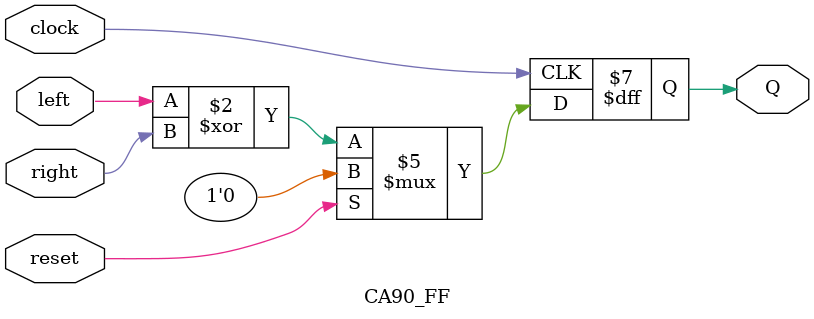
<source format=v>
`timescale 1ns / 1ps

module CA90_FF(
    input clock,
    input reset,
    input left,
    input right,
    output reg Q
    );
    
    initial
        Q <= 0;
    
    always@(posedge clock) begin
    if(reset)
        Q <= 0;
    else
        Q <= left ^ right;
    end
    
endmodule

</source>
